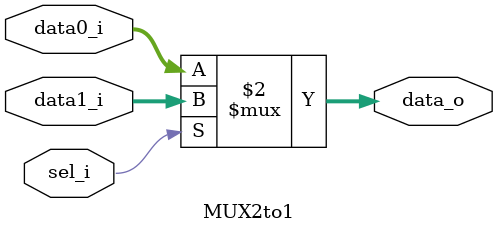
<source format=v>
module MUX2to1(data0_i, data1_i, data_o, sel_i);
	input [15:0] data0_i, data1_i;
	input sel_i;
	output [15:0] data_o;
	
	wire [15:0] data0_i, data1_i, data_o;
	wire sel_i;
	
	assign data_o = (sel_i == 1'b0) ? data0_i : data1_i;
endmodule
</source>
